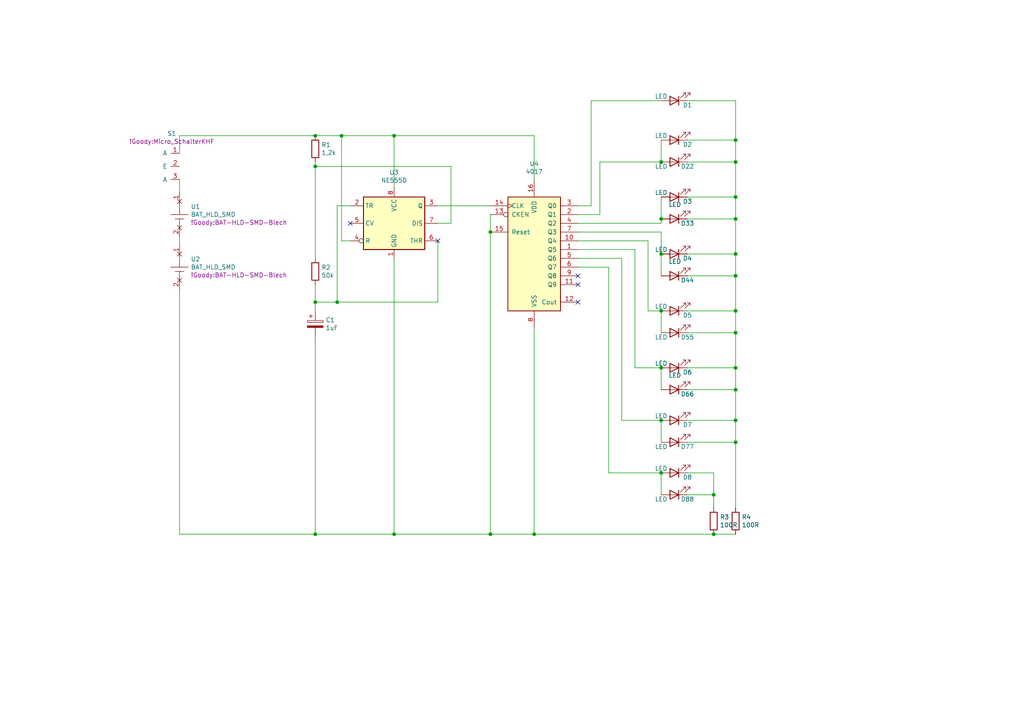
<source format=kicad_sch>
(kicad_sch (version 20230121) (generator eeschema)
  (paper "A4")
  (title_block (title "Lötübung Smiley") (date "11.2023") (rev "V2.0"))
  (lib_symbols
    (symbol "!Goody:BAT_HLD_SMD" (pin_names (offset 1.016))
      (property "Reference" "U" (at -5.08 0 0))
      (property "Value" "BAT_HLD_SMD" (at -10.16 3.81 0))
      (property "Footprint" "KHF_LIB:BAT-HLD-SMD" (at -15.24 6.35 0))
      (symbol "BAT_HLD_SMD_0_1"
        (rectangle (start -1.27 -1.27) (end 1.27 -1.27))
        (rectangle (start -1.27 0) (end -2.54 0))
        (rectangle (start -1.27 0) (end 1.27 0))
        (polyline (pts (xy 0 -3.81) (xy 0 -1.27)))
        (polyline (pts (xy 0 0) (xy 0 3.81)))
        (polyline (pts (xy 1.27 0) (xy 2.54 0)))
      )
      (symbol "BAT_HLD_SMD_1_1"
        (pin power_out non_logic (at 0 6.35 270) (length 2.54) (name "~") (number "1"))
        (pin power_out non_logic (at 0 -6.35 90) (length 2.54) (name "~") (number "2"))
      )
    )
    (symbol "!Goody:ELKO" (pin_numbers hide) (pin_names (offset 0.254))
      (property "Reference" "C" (at 0.635 2.54 0))
      (property "Value" "ELKO" (at 0.635 -2.54 0))
      (symbol "ELKO_0_1"
        (rectangle (start -2.286 0.508) (end 2.286 1.016))
        (polyline (pts (xy -1.778 2.286) (xy -0.762 2.286)))
        (polyline (pts (xy -1.27 2.794) (xy -1.27 1.778)))
        (rectangle (start 2.286 -0.508) (end -2.286 -1.016) (fill (type outline)))
      )
      (symbol "ELKO_1_1"
        (pin passive line (at 0 3.81 270) (length 2.794) (name "~") (number "1"))
        (pin passive line (at 0 -3.81 90) (length 2.794) (name "~") (number "2"))
      )
    )
    (symbol "!Goody:Micro_Schalter" (pin_names (offset 1.016))
      (property "Reference" "S" (at 0 0 0))
      (property "Footprint" "KHF_LIB:Micro_SchalterKHF" (at 0 0 0))
      (symbol "Micro_Schalter_1_1"
        (pin passive line (at -3.81 -2.54 270) (length 2.54) (name "A") (number "1"))
        (pin passive line (at 0 -2.54 270) (length 2.54) (name "E") (number "2"))
        (pin passive line (at 3.81 -2.54 270) (length 2.54) (name "A") (number "3"))
      )
    )
    (symbol "!Goody:R" (pin_numbers hide) (pin_names (offset 0))
      (property "Reference" "R" (at 2.032 0 90))
      (property "Value" "R" (at 0 0 90))
      (symbol "R_0_1"
        (rectangle (start -1.016 -2.54) (end 1.016 2.54) (stroke (width 0.254)))
      )
      (symbol "R_1_1"
        (pin passive line (at 0 3.81 270) (length 1.27) (name "~") (number "1"))
        (pin passive line (at 0 -3.81 90) (length 1.27) (name "~") (number "2"))
      )
    )
    (symbol "4xxx:4017" (pin_names (offset 1.016))
      (property "Reference" "U" (at -7.62 16.51 0))
      (property "Value" "4017" (at -7.62 -19.05 0))
      (symbol "4017_1_0"
        (pin output line (at 12.7 0 180) (length 5.08) (name "Q5") (number "1"))
        (pin output line (at 12.7 2.54 180) (length 5.08) (name "Q4") (number "10"))
        (pin output line (at 12.7 -10.16 180) (length 5.08) (name "Q9") (number "11"))
        (pin output line (at 12.7 -15.24 180) (length 5.08) (name "Cout") (number "12"))
        (pin input inverted (at -12.7 10.16 0) (length 5.08) (name "CKEN") (number "13"))
        (pin input clock (at -12.7 12.7 0) (length 5.08) (name "CLK") (number "14"))
        (pin input line (at -12.7 5.08 0) (length 5.08) (name "Reset") (number "15"))
        (pin power_in line (at 0 20.32 270) (length 5.08) (name "VDD") (number "16"))
        (pin output line (at 12.7 10.16 180) (length 5.08) (name "Q1") (number "2"))
        (pin output line (at 12.7 12.7 180) (length 5.08) (name "Q0") (number "3"))
        (pin output line (at 12.7 7.62 180) (length 5.08) (name "Q2") (number "4"))
        (pin output line (at 12.7 -2.54 180) (length 5.08) (name "Q6") (number "5"))
        (pin output line (at 12.7 -5.08 180) (length 5.08) (name "Q7") (number "6"))
        (pin output line (at 12.7 5.08 180) (length 5.08) (name "Q3") (number "7"))
        (pin power_in line (at 0 -22.86 90) (length 5.08) (name "VSS") (number "8"))
        (pin output line (at 12.7 -7.62 180) (length 5.08) (name "Q8") (number "9"))
      )
      (symbol "4017_1_1"
        (rectangle (start -7.62 15.24) (end 7.62 -17.78) (stroke (width 0.254)) (fill (type background)))
      )
    )
    (symbol "Device:LED" (pin_numbers hide) (pin_names (offset 1.016) hide)
      (property "Reference" "D" (at 0 2.54 0))
      (property "Value" "LED" (at 0 -2.54 0))
      (symbol "LED_0_1"
        (polyline (pts (xy -1.27 -1.27) (xy -1.27 1.27)) (stroke (width 0.254)))
        (polyline (pts (xy -1.27 0) (xy 1.27 0)))
        (polyline (pts (xy 1.27 -1.27) (xy 1.27 1.27) (xy -1.27 0) (xy 1.27 -1.27)) (stroke (width 0.254)))
        (polyline (pts (xy -3.048 -0.762) (xy -4.572 -2.286) (xy -3.81 -2.286) (xy -4.572 -2.286) (xy -4.572 -1.524)))
        (polyline (pts (xy -1.778 -0.762) (xy -3.302 -2.286) (xy -2.54 -2.286) (xy -3.302 -2.286) (xy -3.302 -1.524)))
      )
      (symbol "LED_1_1"
        (pin passive line (at -3.81 0 0) (length 2.54) (name "K") (number "1"))
        (pin passive line (at 3.81 0 180) (length 2.54) (name "A") (number "2"))
      )
    )
    (symbol "Timer:NE555D"
      (property "Reference" "U" (at -10.16 8.89 0))
      (property "Value" "NE555D" (at 2.54 8.89 0))
      (symbol "NE555D_0_0"
        (pin power_in line (at 0 -10.16 90) (length 2.54) (name "GND") (number "1"))
        (pin power_in line (at 0 10.16 270) (length 2.54) (name "VCC") (number "8"))
      )
      (symbol "NE555D_0_1"
        (rectangle (start -8.89 -7.62) (end 8.89 7.62) (stroke (width 0.254)) (fill (type background)))
        (rectangle (start -8.89 -7.62) (end 8.89 7.62) (stroke (width 0.254)) (fill (type background)))
      )
      (symbol "NE555D_1_1"
        (pin input line (at -12.7 5.08 0) (length 3.81) (name "TR") (number "2"))
        (pin output line (at 12.7 5.08 180) (length 3.81) (name "Q") (number "3"))
        (pin input inverted (at -12.7 -5.08 0) (length 3.81) (name "R") (number "4"))
        (pin input line (at -12.7 0 0) (length 3.81) (name "CV") (number "5"))
        (pin input line (at 12.7 -5.08 180) (length 3.81) (name "THR") (number "6"))
        (pin input line (at 12.7 0 180) (length 3.81) (name "DIS") (number "7"))
      )
    )
  )
  (junction (at 213.36 106.68))
  (junction (at 142.24 154.94))
  (junction (at 213.36 128.27))
  (junction (at 91.44 154.94))
  (junction (at 207.01 154.94))
  (junction (at 191.77 137.16))
  (junction (at 114.3 154.94))
  (junction (at 213.36 40.64))
  (junction (at 213.36 57.15))
  (junction (at 213.36 80.01))
  (junction (at 213.36 46.99))
  (junction (at 97.79 87.63))
  (junction (at 191.77 63.5))
  (junction (at 99.06 39.37))
  (junction (at 213.36 73.66))
  (junction (at 91.44 48.26))
  (junction (at 213.36 96.52))
  (junction (at 191.77 121.92))
  (junction (at 91.44 87.63))
  (junction (at 213.36 121.92))
  (junction (at 191.77 73.66))
  (junction (at 213.36 90.17))
  (junction (at 91.44 39.37))
  (junction (at 114.3 39.37))
  (junction (at 207.01 143.51))
  (junction (at 213.36 113.03))
  (junction (at 191.77 46.99))
  (junction (at 191.77 106.68))
  (junction (at 154.94 154.94))
  (junction (at 142.24 67.31))
  (junction (at 191.77 90.17))
  (junction (at 213.36 63.5))
  (no_connect (at 167.64 87.63))
  (no_connect (at 167.64 80.01))
  (no_connect (at 127 69.85))
  (no_connect (at 167.64 82.55))
  (no_connect (at 101.6 64.77))
  (wire (pts (xy 91.44 87.63) (xy 91.44 90.17)))
  (wire (pts (xy 114.3 39.37) (xy 154.94 39.37)))
  (wire (pts (xy 199.39 143.51) (xy 207.01 143.51)))
  (wire (pts (xy 91.44 39.37) (xy 99.06 39.37)))
  (wire (pts (xy 127 59.69) (xy 142.24 59.69)))
  (wire (pts (xy 142.24 62.23) (xy 142.24 67.31)))
  (wire (pts (xy 97.79 59.69) (xy 97.79 87.63)))
  (wire (pts (xy 187.96 90.17) (xy 187.96 69.85)))
  (wire (pts (xy 142.24 154.94) (xy 154.94 154.94)))
  (wire (pts (xy 213.36 90.17) (xy 213.36 96.52)))
  (wire (pts (xy 213.36 29.21) (xy 213.36 40.64)))
  (wire (pts (xy 199.39 106.68) (xy 213.36 106.68)))
  (wire (pts (xy 199.39 121.92) (xy 213.36 121.92)))
  (wire (pts (xy 176.53 137.16) (xy 191.77 137.16)))
  (wire (pts (xy 213.36 128.27) (xy 213.36 147.32)))
  (wire (pts (xy 191.77 73.66) (xy 191.77 67.31)))
  (wire (pts (xy 91.44 74.93) (xy 91.44 48.26)))
  (wire (pts (xy 142.24 67.31) (xy 142.24 154.94)))
  (wire (pts (xy 127 87.63) (xy 97.79 87.63)))
  (wire (pts (xy 199.39 73.66) (xy 213.36 73.66)))
  (wire (pts (xy 173.99 62.23) (xy 167.64 62.23)))
  (wire (pts (xy 91.44 154.94) (xy 114.3 154.94)))
  (wire (pts (xy 213.36 106.68) (xy 213.36 113.03)))
  (wire (pts (xy 176.53 77.47) (xy 176.53 137.16)))
  (wire (pts (xy 213.36 113.03) (xy 213.36 121.92)))
  (wire (pts (xy 154.94 95.25) (xy 154.94 154.94)))
  (wire (pts (xy 52.07 44.45) (xy 52.07 39.37)))
  (wire (pts (xy 127 69.85) (xy 127 87.63)))
  (wire (pts (xy 213.36 46.99) (xy 213.36 57.15)))
  (wire (pts (xy 173.99 46.99) (xy 173.99 62.23)))
  (wire (pts (xy 91.44 48.26) (xy 91.44 46.99)))
  (wire (pts (xy 91.44 82.55) (xy 91.44 87.63)))
  (wire (pts (xy 97.79 87.63) (xy 91.44 87.63)))
  (wire (pts (xy 199.39 90.17) (xy 213.36 90.17)))
  (wire (pts (xy 191.77 40.64) (xy 191.77 46.99)))
  (wire (pts (xy 213.36 40.64) (xy 213.36 46.99)))
  (wire (pts (xy 199.39 46.99) (xy 213.36 46.99)))
  (wire (pts (xy 114.3 54.61) (xy 114.3 39.37)))
  (wire (pts (xy 191.77 80.01) (xy 191.77 73.66)))
  (wire (pts (xy 52.07 154.94) (xy 91.44 154.94)))
  (wire (pts (xy 191.77 128.27) (xy 191.77 121.92)))
  (wire (pts (xy 173.99 46.99) (xy 191.77 46.99)))
  (wire (pts (xy 213.36 57.15) (xy 213.36 63.5)))
  (wire (pts (xy 213.36 63.5) (xy 213.36 73.66)))
  (wire (pts (xy 180.34 74.93) (xy 167.64 74.93)))
  (wire (pts (xy 130.81 64.77) (xy 130.81 48.26)))
  (wire (pts (xy 99.06 69.85) (xy 99.06 39.37)))
  (wire (pts (xy 167.64 77.47) (xy 176.53 77.47)))
  (wire (pts (xy 191.77 143.51) (xy 191.77 137.16)))
  (wire (pts (xy 191.77 67.31) (xy 167.64 67.31)))
  (wire (pts (xy 127 64.77) (xy 130.81 64.77)))
  (wire (pts (xy 213.36 121.92) (xy 213.36 128.27)))
  (wire (pts (xy 171.45 29.21) (xy 171.45 59.69)))
  (wire (pts (xy 180.34 121.92) (xy 180.34 74.93)))
  (wire (pts (xy 191.77 57.15) (xy 191.77 63.5)))
  (wire (pts (xy 52.07 71.12) (xy 52.07 68.58)))
  (wire (pts (xy 99.06 39.37) (xy 114.3 39.37)))
  (wire (pts (xy 184.15 72.39) (xy 184.15 106.68)))
  (wire (pts (xy 213.36 96.52) (xy 213.36 106.68)))
  (wire (pts (xy 52.07 39.37) (xy 91.44 39.37)))
  (wire (pts (xy 167.64 72.39) (xy 184.15 72.39)))
  (wire (pts (xy 171.45 59.69) (xy 167.64 59.69)))
  (wire (pts (xy 199.39 128.27) (xy 213.36 128.27)))
  (wire (pts (xy 191.77 64.77) (xy 167.64 64.77)))
  (wire (pts (xy 199.39 40.64) (xy 213.36 40.64)))
  (wire (pts (xy 191.77 96.52) (xy 191.77 90.17)))
  (wire (pts (xy 114.3 74.93) (xy 114.3 154.94)))
  (wire (pts (xy 191.77 113.03) (xy 191.77 106.68)))
  (wire (pts (xy 199.39 57.15) (xy 213.36 57.15)))
  (wire (pts (xy 213.36 80.01) (xy 213.36 90.17)))
  (wire (pts (xy 154.94 39.37) (xy 154.94 52.07)))
  (wire (pts (xy 199.39 137.16) (xy 207.01 137.16)))
  (wire (pts (xy 213.36 154.94) (xy 207.01 154.94)))
  (wire (pts (xy 213.36 73.66) (xy 213.36 80.01)))
  (wire (pts (xy 101.6 59.69) (xy 97.79 59.69)))
  (wire (pts (xy 191.77 121.92) (xy 180.34 121.92)))
  (wire (pts (xy 101.6 69.85) (xy 99.06 69.85)))
  (wire (pts (xy 199.39 96.52) (xy 213.36 96.52)))
  (wire (pts (xy 154.94 154.94) (xy 207.01 154.94)))
  (wire (pts (xy 207.01 143.51) (xy 207.01 147.32)))
  (wire (pts (xy 130.81 48.26) (xy 91.44 48.26)))
  (wire (pts (xy 187.96 69.85) (xy 167.64 69.85)))
  (wire (pts (xy 91.44 97.79) (xy 91.44 154.94)))
  (wire (pts (xy 114.3 154.94) (xy 142.24 154.94)))
  (wire (pts (xy 199.39 113.03) (xy 213.36 113.03)))
  (wire (pts (xy 199.39 63.5) (xy 213.36 63.5)))
  (wire (pts (xy 191.77 63.5) (xy 191.77 64.77)))
  (wire (pts (xy 184.15 106.68) (xy 191.77 106.68)))
  (wire (pts (xy 52.07 55.88) (xy 52.07 52.07)))
  (wire (pts (xy 52.07 154.94) (xy 52.07 83.82)))
  (wire (pts (xy 207.01 137.16) (xy 207.01 143.51)))
  (wire (pts (xy 191.77 29.21) (xy 171.45 29.21)))
  (wire (pts (xy 199.39 80.01) (xy 213.36 80.01)))
  (wire (pts (xy 199.39 29.21) (xy 213.36 29.21)))
  (wire (pts (xy 187.96 90.17) (xy 191.77 90.17)))
  (symbol (lib_id "!Goody:BAT_HLD_SMD") (at 52.07 62.23 0) (unit 1)
    (property "Reference" "U1" (at 55.3212 59.9186 0) (effects (justify left)))
    (property "Value" "BAT_HLD_SMD" (at 55.3212 62.23 0) (effects (justify left)))
    (property "Footprint" "!Goody:BAT-HLD-SMD-Blech" (at 55.3212 64.5414 0) (effects (justify left)))
  )
  (symbol (lib_id "!Goody:BAT_HLD_SMD") (at 52.07 77.47 0) (unit 1)
    (property "Reference" "U2" (at 55.3212 75.1586 0) (effects (justify left)))
    (property "Value" "BAT_HLD_SMD" (at 55.3212 77.47 0) (effects (justify left)))
    (property "Footprint" "!Goody:BAT-HLD-SMD-Blech" (at 55.3212 79.7814 0) (effects (justify left)))
  )
  (symbol (lib_id "Timer:NE555D") (at 114.3 64.77 0) (unit 1)
    (property "Reference" "U3" (at 114.3 50.0126 0))
    (property "Value" "NE555D" (at 114.3 52.324 0))
    (property "Footprint" "Package_SO:SO-8_3.9x4.9mm_P1.27mm" (effects hide))
    (property "Datasheet" "http://www.ti.com/lit/ds/symlink/ne555.pdf" (effects hide))
  )
  (symbol (lib_id "4xxx:4017") (at 154.94 72.39 0) (unit 1)
    (property "Reference" "U4" (at 154.94 47.4726 0))
    (property "Value" "4017" (at 154.94 49.784 0))
    (property "Footprint" "Package_SO:SO-16_3.9x9.9mm_P1.27mm" (effects hide))
    (property "Datasheet" "http://www.intersil.com/content/dam/Intersil/documents/cd40/cd4017bms-22bms.pdf" (effects hide))
  )
  (symbol (lib_id "Device:LED") (at 195.58 29.21 180) (unit 1)
    (property "Reference" "D1" (at 199.39 30.48 0))
    (property "Value" "LED" (at 191.77 27.94 0))
    (property "Footprint" "LED_SMD:LED_1206_3216Metric" (effects hide))
  )
  (symbol (lib_id "Device:LED") (at 195.58 40.64 180) (unit 1)
    (property "Reference" "D2" (at 199.39 41.91 0))
    (property "Value" "LED" (at 191.77 39.37 0))
    (property "Footprint" "LED_SMD:LED_1206_3216Metric" (effects hide))
  )
  (symbol (lib_id "Device:LED") (at 195.58 46.99 180) (unit 1)
    (property "Reference" "D22" (at 199.39 48.26 0))
    (property "Value" "LED" (at 191.77 48.26 0))
    (property "Footprint" "LED_SMD:LED_1206_3216Metric" (effects hide))
  )
  (symbol (lib_id "Device:LED") (at 195.58 57.15 180) (unit 1)
    (property "Reference" "D3" (at 199.39 58.42 0))
    (property "Value" "LED" (at 191.77 55.88 0))
    (property "Footprint" "LED_SMD:LED_1206_3216Metric" (effects hide))
  )
  (symbol (lib_id "Device:LED") (at 195.58 63.5 180) (unit 1)
    (property "Reference" "D33" (at 199.39 64.77 0))
    (property "Value" "LED" (at 195.7578 59.3344 0))
    (property "Footprint" "LED_SMD:LED_1206_3216Metric" (effects hide))
  )
  (symbol (lib_id "Device:LED") (at 195.58 73.66 180) (unit 1)
    (property "Reference" "D4" (at 199.39 74.93 0))
    (property "Value" "LED" (at 191.77 72.39 0))
    (property "Footprint" "LED_SMD:LED_1206_3216Metric" (effects hide))
  )
  (symbol (lib_id "Device:LED") (at 195.58 80.01 180) (unit 1)
    (property "Reference" "D44" (at 199.39 81.28 0))
    (property "Value" "LED" (at 195.7578 75.8444 0))
    (property "Footprint" "LED_SMD:LED_1206_3216Metric" (effects hide))
  )
  (symbol (lib_id "Device:LED") (at 195.58 90.17 180) (unit 1)
    (property "Reference" "D5" (at 199.39 91.44 0))
    (property "Value" "LED" (at 191.77 88.9 0))
    (property "Footprint" "LED_SMD:LED_1206_3216Metric" (effects hide))
  )
  (symbol (lib_id "Device:LED") (at 195.58 96.52 180) (unit 1)
    (property "Reference" "D55" (at 199.39 97.79 0))
    (property "Value" "LED" (at 191.77 97.79 0))
    (property "Footprint" "LED_SMD:LED_1206_3216Metric" (effects hide))
  )
  (symbol (lib_id "Device:LED") (at 195.58 106.68 180) (unit 1)
    (property "Reference" "D6" (at 199.39 107.95 0))
    (property "Value" "LED" (at 191.77 105.41 0))
    (property "Footprint" "LED_SMD:LED_1206_3216Metric" (effects hide))
  )
  (symbol (lib_id "Device:LED") (at 195.58 113.03 180) (unit 1)
    (property "Reference" "D66" (at 199.39 114.3 0))
    (property "Value" "LED" (at 195.7578 108.8644 0))
    (property "Footprint" "LED_SMD:LED_1206_3216Metric" (effects hide))
  )
  (symbol (lib_id "Device:LED") (at 195.58 121.92 180) (unit 1)
    (property "Reference" "D7" (at 199.39 123.19 0))
    (property "Value" "LED" (at 191.77 120.65 0))
    (property "Footprint" "LED_SMD:LED_1206_3216Metric" (effects hide))
  )
  (symbol (lib_id "Device:LED") (at 195.58 128.27 180) (unit 1)
    (property "Reference" "D77" (at 199.39 129.54 0))
    (property "Value" "LED" (at 191.77 129.54 0))
    (property "Footprint" "LED_SMD:LED_1206_3216Metric" (effects hide))
  )
  (symbol (lib_id "Device:LED") (at 195.58 137.16 180) (unit 1)
    (property "Reference" "D8" (at 199.39 138.43 0))
    (property "Value" "LED" (at 191.77 135.89 0))
    (property "Footprint" "LED_SMD:LED_1206_3216Metric" (effects hide))
  )
  (symbol (lib_id "Device:LED") (at 195.58 143.51 180) (unit 1)
    (property "Reference" "D88" (at 199.39 144.78 0))
    (property "Value" "LED" (at 191.77 144.78 0))
    (property "Footprint" "LED_SMD:LED_1206_3216Metric" (effects hide))
  )
  (symbol (lib_id "!Goody:R") (at 207.01 151.13 0) (unit 1)
    (property "Reference" "R3" (at 208.788 149.9616 0) (effects (justify left)))
    (property "Value" "100R" (at 208.788 152.273 0) (effects (justify left)))
    (property "Footprint" "Resistor_SMD:R_1206_3216Metric" (effects hide))
  )
  (symbol (lib_id "!Goody:R") (at 213.36 151.13 0) (unit 1)
    (property "Reference" "R4" (at 215.138 149.9616 0) (effects (justify left)))
    (property "Value" "100R" (at 215.138 152.273 0) (effects (justify left)))
    (property "Footprint" "Resistor_SMD:R_1206_3216Metric" (effects hide))
  )
  (symbol (lib_id "!Goody:R") (at 91.44 43.18 0) (unit 1)
    (property "Reference" "R1" (at 93.218 42.0116 0) (effects (justify left)))
    (property "Value" "1,2k" (at 93.218 44.323 0) (effects (justify left)))
    (property "Footprint" "Resistor_SMD:R_1206_3216Metric" (effects hide))
  )
  (symbol (lib_id "!Goody:R") (at 91.44 78.74 0) (unit 1)
    (property "Reference" "R2" (at 93.218 77.5716 0) (effects (justify left)))
    (property "Value" "50k" (at 93.218 79.883 0) (effects (justify left)))
    (property "Footprint" "Resistor_SMD:R_1206_3216Metric" (effects hide))
  )
  (symbol (lib_id "!Goody:ELKO") (at 91.44 93.98 0) (unit 1)
    (property "Reference" "C1" (at 94.4372 92.8116 0) (effects (justify left)))
    (property "Value" "1uF" (at 94.4372 95.123 0) (effects (justify left)))
    (property "Footprint" "Capacitor_SMD:CP_Elec_4x4.5" (effects hide))
  )
  (symbol (lib_id "!Goody:Micro_Schalter") (at 54.61 48.26 270) (unit 1)
    (property "Reference" "S1" (at 49.8348 38.735 90))
    (property "Value" "Micro_Schalter" (effects hide))
    (property "Footprint" "!Goody:Micro_SchalterKHF" (at 49.8348 41.0464 90))
  )
)
</source>
